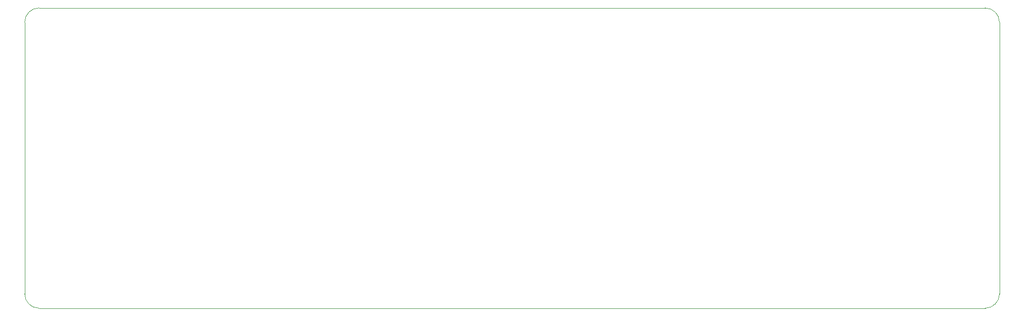
<source format=gbr>
%TF.GenerationSoftware,KiCad,Pcbnew,7.0.1-0*%
%TF.CreationDate,2023-07-02T18:57:52-05:00*%
%TF.ProjectId,Segway V3,53656777-6179-4205-9633-2e6b69636164,V1*%
%TF.SameCoordinates,Original*%
%TF.FileFunction,Profile,NP*%
%FSLAX46Y46*%
G04 Gerber Fmt 4.6, Leading zero omitted, Abs format (unit mm)*
G04 Created by KiCad (PCBNEW 7.0.1-0) date 2023-07-02 18:57:52*
%MOMM*%
%LPD*%
G01*
G04 APERTURE LIST*
%TA.AperFunction,Profile*%
%ADD10C,0.100000*%
%TD*%
G04 APERTURE END LIST*
D10*
X73660000Y-144780000D02*
G75*
G03*
X76200000Y-147320000I2540000J0D01*
G01*
X243840000Y-147320000D02*
G75*
G03*
X246380000Y-144780000I0J2540000D01*
G01*
X246380000Y-96520000D02*
G75*
G03*
X243840000Y-93980000I-2540000J0D01*
G01*
X76200000Y-93980000D02*
G75*
G03*
X73660000Y-96520000I0J-2540000D01*
G01*
X76200000Y-93980000D02*
X243840000Y-93980000D01*
X73660000Y-144780000D02*
X73660000Y-96520000D01*
X243840000Y-147320000D02*
X76200000Y-147320000D01*
X246380000Y-96520000D02*
X246380000Y-144780000D01*
M02*

</source>
